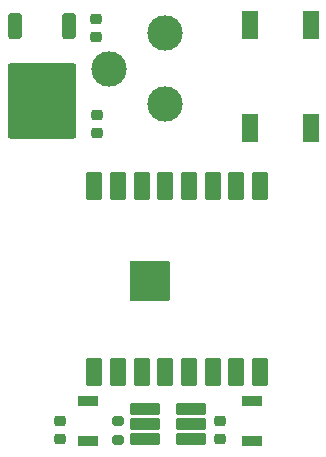
<source format=gbr>
%TF.GenerationSoftware,KiCad,Pcbnew,7.0.7*%
%TF.CreationDate,2024-03-20T19:05:46+01:00*%
%TF.ProjectId,DriverRGB_v2,44726976-6572-4524-9742-5f76322e6b69,v02*%
%TF.SameCoordinates,Original*%
%TF.FileFunction,Soldermask,Bot*%
%TF.FilePolarity,Negative*%
%FSLAX46Y46*%
G04 Gerber Fmt 4.6, Leading zero omitted, Abs format (unit mm)*
G04 Created by KiCad (PCBNEW 7.0.7) date 2024-03-20 19:05:46*
%MOMM*%
%LPD*%
G01*
G04 APERTURE LIST*
G04 Aperture macros list*
%AMRoundRect*
0 Rectangle with rounded corners*
0 $1 Rounding radius*
0 $2 $3 $4 $5 $6 $7 $8 $9 X,Y pos of 4 corners*
0 Add a 4 corners polygon primitive as box body*
4,1,4,$2,$3,$4,$5,$6,$7,$8,$9,$2,$3,0*
0 Add four circle primitives for the rounded corners*
1,1,$1+$1,$2,$3*
1,1,$1+$1,$4,$5*
1,1,$1+$1,$6,$7*
1,1,$1+$1,$8,$9*
0 Add four rect primitives between the rounded corners*
20,1,$1+$1,$2,$3,$4,$5,0*
20,1,$1+$1,$4,$5,$6,$7,0*
20,1,$1+$1,$6,$7,$8,$9,0*
20,1,$1+$1,$8,$9,$2,$3,0*%
G04 Aperture macros list end*
%ADD10C,3.000000*%
%ADD11R,1.700000X0.900000*%
%ADD12RoundRect,0.225000X0.250000X-0.225000X0.250000X0.225000X-0.250000X0.225000X-0.250000X-0.225000X0*%
%ADD13RoundRect,0.200000X-0.275000X0.200000X-0.275000X-0.200000X0.275000X-0.200000X0.275000X0.200000X0*%
%ADD14RoundRect,0.225000X-0.250000X0.225000X-0.250000X-0.225000X0.250000X-0.225000X0.250000X0.225000X0*%
%ADD15RoundRect,0.102000X-1.200000X0.380000X-1.200000X-0.380000X1.200000X-0.380000X1.200000X0.380000X0*%
%ADD16R,1.350000X2.350000*%
%ADD17RoundRect,0.102000X-0.550000X1.100000X-0.550000X-1.100000X0.550000X-1.100000X0.550000X1.100000X0*%
%ADD18RoundRect,0.102000X-1.600000X1.600000X-1.600000X-1.600000X1.600000X-1.600000X1.600000X1.600000X0*%
%ADD19RoundRect,0.250000X-0.350000X0.850000X-0.350000X-0.850000X0.350000X-0.850000X0.350000X0.850000X0*%
%ADD20RoundRect,0.249997X-2.650003X2.950003X-2.650003X-2.950003X2.650003X-2.950003X2.650003X2.950003X0*%
G04 APERTURE END LIST*
D10*
%TO.C,J1*%
X146667000Y-89639400D03*
X146667000Y-83639400D03*
X141967000Y-86639400D03*
%TD*%
D11*
%TO.C,S1*%
X140208000Y-114735400D03*
X140208000Y-118135400D03*
%TD*%
D12*
%TO.C,C4*%
X140970000Y-92113400D03*
X140970000Y-90563400D03*
%TD*%
D13*
%TO.C,R7*%
X142748000Y-116435400D03*
X142748000Y-118085400D03*
%TD*%
D14*
%TO.C,C1*%
X137795000Y-116471400D03*
X137795000Y-118021400D03*
%TD*%
D15*
%TO.C,J3*%
X144989000Y-115419400D03*
X148889000Y-115419400D03*
X144989000Y-116689400D03*
X148889000Y-116689400D03*
X144989000Y-117959400D03*
X148889000Y-117959400D03*
%TD*%
D16*
%TO.C,D1*%
X153914000Y-82924400D03*
X159014000Y-82924400D03*
X159014000Y-91624400D03*
X153914000Y-91624400D03*
%TD*%
D17*
%TO.C,U1*%
X140716000Y-96545400D03*
X142716000Y-96545400D03*
X144716000Y-96545400D03*
X146716000Y-96545400D03*
X148716000Y-96545400D03*
X150716000Y-96545400D03*
X152716000Y-96545400D03*
X154716000Y-96545400D03*
X154716000Y-112345400D03*
X152716000Y-112345400D03*
X150716000Y-112345400D03*
X148716000Y-112345400D03*
X146716000Y-112345400D03*
X144716000Y-112345400D03*
X142716000Y-112345400D03*
X140716000Y-112345400D03*
D18*
X145416000Y-104645400D03*
%TD*%
D19*
%TO.C,U3*%
X133997000Y-83030400D03*
D20*
X136277000Y-89330400D03*
D19*
X138557000Y-83030400D03*
%TD*%
D12*
%TO.C,C3*%
X140843000Y-83972400D03*
X140843000Y-82422400D03*
%TD*%
D11*
%TO.C,S2*%
X154051000Y-114735400D03*
X154051000Y-118135400D03*
%TD*%
D12*
%TO.C,C2*%
X151384000Y-118021400D03*
X151384000Y-116471400D03*
%TD*%
M02*

</source>
